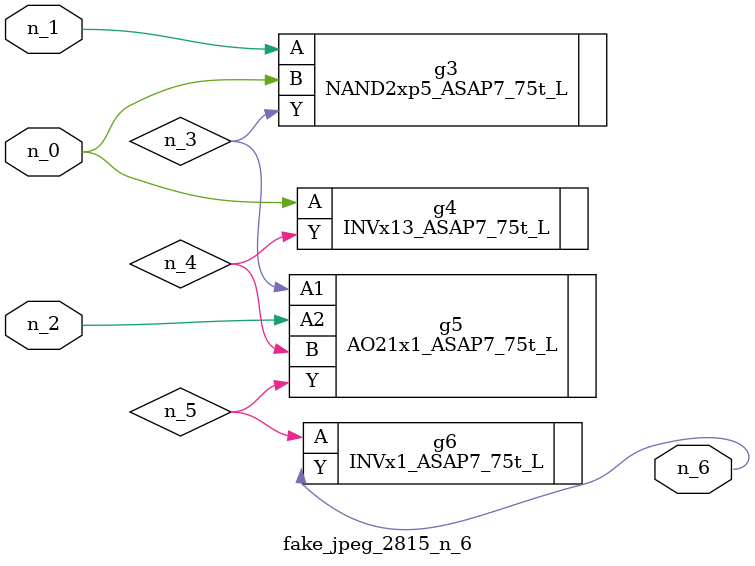
<source format=v>
module fake_jpeg_2815_n_6 (n_0, n_2, n_1, n_6);

input n_0;
input n_2;
input n_1;

output n_6;

wire n_3;
wire n_4;
wire n_5;

NAND2xp5_ASAP7_75t_L g3 ( 
.A(n_1),
.B(n_0),
.Y(n_3)
);

INVx13_ASAP7_75t_L g4 ( 
.A(n_0),
.Y(n_4)
);

AO21x1_ASAP7_75t_L g5 ( 
.A1(n_3),
.A2(n_2),
.B(n_4),
.Y(n_5)
);

INVx1_ASAP7_75t_L g6 ( 
.A(n_5),
.Y(n_6)
);


endmodule
</source>
